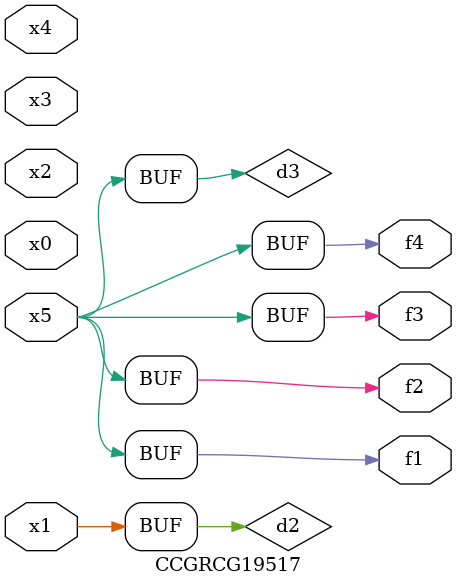
<source format=v>
module CCGRCG19517(
	input x0, x1, x2, x3, x4, x5,
	output f1, f2, f3, f4
);

	wire d1, d2, d3;

	not (d1, x5);
	or (d2, x1);
	xnor (d3, d1);
	assign f1 = d3;
	assign f2 = d3;
	assign f3 = d3;
	assign f4 = d3;
endmodule

</source>
